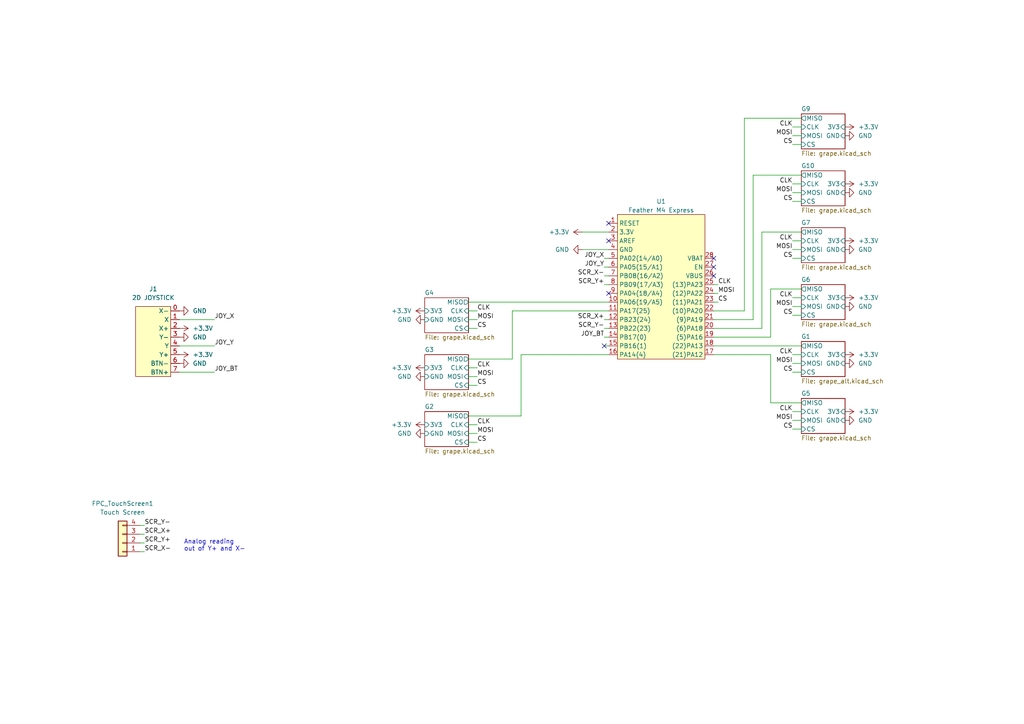
<source format=kicad_sch>
(kicad_sch (version 20230121) (generator eeschema)

  (uuid 3628cda3-bad1-4014-a851-91434ca52087)

  (paper "A4")

  (lib_symbols
    (symbol "Connector_Generic:Conn_01x04" (pin_names (offset 1.016) hide) (in_bom yes) (on_board yes)
      (property "Reference" "J" (at 0 5.08 0)
        (effects (font (size 1.27 1.27)))
      )
      (property "Value" "Conn_01x04" (at 0 -7.62 0)
        (effects (font (size 1.27 1.27)))
      )
      (property "Footprint" "" (at 0 0 0)
        (effects (font (size 1.27 1.27)) hide)
      )
      (property "Datasheet" "~" (at 0 0 0)
        (effects (font (size 1.27 1.27)) hide)
      )
      (property "ki_keywords" "connector" (at 0 0 0)
        (effects (font (size 1.27 1.27)) hide)
      )
      (property "ki_description" "Generic connector, single row, 01x04, script generated (kicad-library-utils/schlib/autogen/connector/)" (at 0 0 0)
        (effects (font (size 1.27 1.27)) hide)
      )
      (property "ki_fp_filters" "Connector*:*_1x??_*" (at 0 0 0)
        (effects (font (size 1.27 1.27)) hide)
      )
      (symbol "Conn_01x04_1_1"
        (rectangle (start -1.27 -4.953) (end 0 -5.207)
          (stroke (width 0.1524) (type default))
          (fill (type none))
        )
        (rectangle (start -1.27 -2.413) (end 0 -2.667)
          (stroke (width 0.1524) (type default))
          (fill (type none))
        )
        (rectangle (start -1.27 0.127) (end 0 -0.127)
          (stroke (width 0.1524) (type default))
          (fill (type none))
        )
        (rectangle (start -1.27 2.667) (end 0 2.413)
          (stroke (width 0.1524) (type default))
          (fill (type none))
        )
        (rectangle (start -1.27 3.81) (end 1.27 -6.35)
          (stroke (width 0.254) (type default))
          (fill (type background))
        )
        (pin passive line (at -5.08 2.54 0) (length 3.81)
          (name "Pin_1" (effects (font (size 1.27 1.27))))
          (number "1" (effects (font (size 1.27 1.27))))
        )
        (pin passive line (at -5.08 0 0) (length 3.81)
          (name "Pin_2" (effects (font (size 1.27 1.27))))
          (number "2" (effects (font (size 1.27 1.27))))
        )
        (pin passive line (at -5.08 -2.54 0) (length 3.81)
          (name "Pin_3" (effects (font (size 1.27 1.27))))
          (number "3" (effects (font (size 1.27 1.27))))
        )
        (pin passive line (at -5.08 -5.08 0) (length 3.81)
          (name "Pin_4" (effects (font (size 1.27 1.27))))
          (number "4" (effects (font (size 1.27 1.27))))
        )
      )
    )
    (symbol "Library:2-Axis_Joystick" (in_bom yes) (on_board yes)
      (property "Reference" "J" (at 0 10.16 0)
        (effects (font (size 1.27 1.27)))
      )
      (property "Value" "" (at 0 0 0)
        (effects (font (size 1.27 1.27)) hide)
      )
      (property "Footprint" "Library:Adafruit (512) Analog 2-axis Thumb Joystick with Select Button" (at 0 13.97 0)
        (effects (font (size 1.27 1.27)) hide)
      )
      (property "Datasheet" "" (at 0 0 0)
        (effects (font (size 1.27 1.27)) hide)
      )
      (symbol "2-Axis_Joystick_1_1"
        (rectangle (start -5.08 7.62) (end 5.08 -12.7)
          (stroke (width 0) (type default))
          (fill (type background))
        )
        (pin power_in line (at 7.62 6.35 180) (length 2.54)
          (name "X-" (effects (font (size 1.27 1.27))))
          (number "0" (effects (font (size 1.27 1.27))))
        )
        (pin output line (at 7.62 3.81 180) (length 2.54)
          (name "X" (effects (font (size 1.27 1.27))))
          (number "1" (effects (font (size 1.27 1.27))))
        )
        (pin power_in line (at 7.62 1.27 180) (length 2.54)
          (name "X+" (effects (font (size 1.27 1.27))))
          (number "2" (effects (font (size 1.27 1.27))))
        )
        (pin power_in line (at 7.62 -1.27 180) (length 2.54)
          (name "Y-" (effects (font (size 1.27 1.27))))
          (number "3" (effects (font (size 1.27 1.27))))
        )
        (pin output line (at 7.62 -3.81 180) (length 2.54)
          (name "Y" (effects (font (size 1.27 1.27))))
          (number "4" (effects (font (size 1.27 1.27))))
        )
        (pin power_in line (at 7.62 -6.35 180) (length 2.54)
          (name "Y+" (effects (font (size 1.27 1.27))))
          (number "5" (effects (font (size 1.27 1.27))))
        )
        (pin power_in line (at 7.62 -8.89 180) (length 2.54)
          (name "BTN-" (effects (font (size 1.27 1.27))))
          (number "6" (effects (font (size 1.27 1.27))))
        )
        (pin output line (at 7.62 -11.43 180) (length 2.54)
          (name "BTN+" (effects (font (size 1.27 1.27))))
          (number "7" (effects (font (size 1.27 1.27))))
        )
      )
    )
    (symbol "Library:Adafruit_Feather_M4_Express" (in_bom yes) (on_board yes)
      (property "Reference" "U" (at 0 12.7 0)
        (effects (font (size 1.27 1.27)))
      )
      (property "Value" "" (at 3.81 -7.62 0)
        (effects (font (size 1.27 1.27)))
      )
      (property "Footprint" "Library:Adafruit_Feather_M4_Express" (at 1.27 -33.02 0)
        (effects (font (size 1.27 1.27)) hide)
      )
      (property "Datasheet" "" (at 3.81 -7.62 0)
        (effects (font (size 1.27 1.27)) hide)
      )
      (symbol "Adafruit_Feather_M4_Express_1_1"
        (rectangle (start -12.7 11.43) (end 12.7 -30.48)
          (stroke (width 0) (type default))
          (fill (type background))
        )
        (pin input line (at -15.24 8.89 0) (length 2.54)
          (name "RESET" (effects (font (size 1.27 1.27))))
          (number "1" (effects (font (size 1.27 1.27))))
        )
        (pin bidirectional line (at -15.24 -13.97 0) (length 2.54)
          (name "PA06(19/A5)" (effects (font (size 1.27 1.27))))
          (number "10" (effects (font (size 1.27 1.27))))
        )
        (pin bidirectional line (at -15.24 -16.51 0) (length 2.54)
          (name "PA17(25)" (effects (font (size 1.27 1.27))))
          (number "11" (effects (font (size 1.27 1.27))))
        )
        (pin bidirectional line (at -15.24 -19.05 0) (length 2.54)
          (name "PB23(24)" (effects (font (size 1.27 1.27))))
          (number "12" (effects (font (size 1.27 1.27))))
        )
        (pin bidirectional line (at -15.24 -21.59 0) (length 2.54)
          (name "PB22(23)" (effects (font (size 1.27 1.27))))
          (number "13" (effects (font (size 1.27 1.27))))
        )
        (pin bidirectional line (at -15.24 -24.13 0) (length 2.54)
          (name "PB17(0)" (effects (font (size 1.27 1.27))))
          (number "14" (effects (font (size 1.27 1.27))))
        )
        (pin bidirectional line (at -15.24 -26.67 0) (length 2.54)
          (name "PB16(1)" (effects (font (size 1.27 1.27))))
          (number "15" (effects (font (size 1.27 1.27))))
        )
        (pin bidirectional line (at -15.24 -29.21 0) (length 2.54)
          (name "PA14(4)" (effects (font (size 1.27 1.27))))
          (number "16" (effects (font (size 1.27 1.27))))
        )
        (pin bidirectional line (at 15.24 -29.21 180) (length 2.54)
          (name "(21)PA12" (effects (font (size 1.27 1.27))))
          (number "17" (effects (font (size 1.27 1.27))))
        )
        (pin bidirectional line (at 15.24 -26.67 180) (length 2.54)
          (name "(22)PA13" (effects (font (size 1.27 1.27))))
          (number "18" (effects (font (size 1.27 1.27))))
        )
        (pin bidirectional line (at 15.24 -24.13 180) (length 2.54)
          (name "(5)PA16" (effects (font (size 1.27 1.27))))
          (number "19" (effects (font (size 1.27 1.27))))
        )
        (pin power_out line (at -15.24 6.35 0) (length 2.54)
          (name "3.3V" (effects (font (size 1.27 1.27))))
          (number "2" (effects (font (size 1.27 1.27))))
        )
        (pin bidirectional line (at 15.24 -21.59 180) (length 2.54)
          (name "(6)PA18" (effects (font (size 1.27 1.27))))
          (number "20" (effects (font (size 1.27 1.27))))
        )
        (pin bidirectional line (at 15.24 -19.05 180) (length 2.54)
          (name "(9)PA19" (effects (font (size 1.27 1.27))))
          (number "21" (effects (font (size 1.27 1.27))))
        )
        (pin bidirectional line (at 15.24 -16.51 180) (length 2.54)
          (name "(10)PA20" (effects (font (size 1.27 1.27))))
          (number "22" (effects (font (size 1.27 1.27))))
        )
        (pin bidirectional line (at 15.24 -13.97 180) (length 2.54)
          (name "(11)PA21" (effects (font (size 1.27 1.27))))
          (number "23" (effects (font (size 1.27 1.27))))
        )
        (pin bidirectional line (at 15.24 -11.43 180) (length 2.54)
          (name "(12)PA22" (effects (font (size 1.27 1.27))))
          (number "24" (effects (font (size 1.27 1.27))))
        )
        (pin bidirectional line (at 15.24 -8.89 180) (length 2.54)
          (name "(13)PA23" (effects (font (size 1.27 1.27))))
          (number "25" (effects (font (size 1.27 1.27))))
        )
        (pin power_out line (at 15.24 -6.35 180) (length 2.54)
          (name "VBUS" (effects (font (size 1.27 1.27))))
          (number "26" (effects (font (size 1.27 1.27))))
        )
        (pin input line (at 15.24 -3.81 180) (length 2.54)
          (name "EN" (effects (font (size 1.27 1.27))))
          (number "27" (effects (font (size 1.27 1.27))))
        )
        (pin power_out line (at 15.24 -1.27 180) (length 2.54)
          (name "VBAT" (effects (font (size 1.27 1.27))))
          (number "28" (effects (font (size 1.27 1.27))))
        )
        (pin input line (at -15.24 3.81 0) (length 2.54)
          (name "AREF" (effects (font (size 1.27 1.27))))
          (number "3" (effects (font (size 1.27 1.27))))
        )
        (pin power_out line (at -15.24 1.27 0) (length 2.54)
          (name "GND" (effects (font (size 1.27 1.27))))
          (number "4" (effects (font (size 1.27 1.27))))
        )
        (pin bidirectional line (at -15.24 -1.27 0) (length 2.54)
          (name "PA02(14/A0)" (effects (font (size 1.27 1.27))))
          (number "5" (effects (font (size 1.27 1.27))))
        )
        (pin bidirectional line (at -15.24 -3.81 0) (length 2.54)
          (name "PA05(15/A1)" (effects (font (size 1.27 1.27))))
          (number "6" (effects (font (size 1.27 1.27))))
        )
        (pin bidirectional line (at -15.24 -6.35 0) (length 2.54)
          (name "PB08(16/A2)" (effects (font (size 1.27 1.27))))
          (number "7" (effects (font (size 1.27 1.27))))
        )
        (pin bidirectional line (at -15.24 -8.89 0) (length 2.54)
          (name "PB09(17/A3)" (effects (font (size 1.27 1.27))))
          (number "8" (effects (font (size 1.27 1.27))))
        )
        (pin bidirectional line (at -15.24 -11.43 0) (length 2.54)
          (name "PA04(18/A4)" (effects (font (size 1.27 1.27))))
          (number "9" (effects (font (size 1.27 1.27))))
        )
      )
    )
    (symbol "power:+3.3V" (power) (pin_names (offset 0)) (in_bom yes) (on_board yes)
      (property "Reference" "#PWR" (at 0 -3.81 0)
        (effects (font (size 1.27 1.27)) hide)
      )
      (property "Value" "+3.3V" (at 0 3.556 0)
        (effects (font (size 1.27 1.27)))
      )
      (property "Footprint" "" (at 0 0 0)
        (effects (font (size 1.27 1.27)) hide)
      )
      (property "Datasheet" "" (at 0 0 0)
        (effects (font (size 1.27 1.27)) hide)
      )
      (property "ki_keywords" "global power" (at 0 0 0)
        (effects (font (size 1.27 1.27)) hide)
      )
      (property "ki_description" "Power symbol creates a global label with name \"+3.3V\"" (at 0 0 0)
        (effects (font (size 1.27 1.27)) hide)
      )
      (symbol "+3.3V_0_1"
        (polyline
          (pts
            (xy -0.762 1.27)
            (xy 0 2.54)
          )
          (stroke (width 0) (type default))
          (fill (type none))
        )
        (polyline
          (pts
            (xy 0 0)
            (xy 0 2.54)
          )
          (stroke (width 0) (type default))
          (fill (type none))
        )
        (polyline
          (pts
            (xy 0 2.54)
            (xy 0.762 1.27)
          )
          (stroke (width 0) (type default))
          (fill (type none))
        )
      )
      (symbol "+3.3V_1_1"
        (pin power_in line (at 0 0 90) (length 0) hide
          (name "+3.3V" (effects (font (size 1.27 1.27))))
          (number "1" (effects (font (size 1.27 1.27))))
        )
      )
    )
    (symbol "power:GND" (power) (pin_names (offset 0)) (in_bom yes) (on_board yes)
      (property "Reference" "#PWR" (at 0 -6.35 0)
        (effects (font (size 1.27 1.27)) hide)
      )
      (property "Value" "GND" (at 0 -3.81 0)
        (effects (font (size 1.27 1.27)))
      )
      (property "Footprint" "" (at 0 0 0)
        (effects (font (size 1.27 1.27)) hide)
      )
      (property "Datasheet" "" (at 0 0 0)
        (effects (font (size 1.27 1.27)) hide)
      )
      (property "ki_keywords" "global power" (at 0 0 0)
        (effects (font (size 1.27 1.27)) hide)
      )
      (property "ki_description" "Power symbol creates a global label with name \"GND\" , ground" (at 0 0 0)
        (effects (font (size 1.27 1.27)) hide)
      )
      (symbol "GND_0_1"
        (polyline
          (pts
            (xy 0 0)
            (xy 0 -1.27)
            (xy 1.27 -1.27)
            (xy 0 -2.54)
            (xy -1.27 -1.27)
            (xy 0 -1.27)
          )
          (stroke (width 0) (type default))
          (fill (type none))
        )
      )
      (symbol "GND_1_1"
        (pin power_in line (at 0 0 270) (length 0) hide
          (name "GND" (effects (font (size 1.27 1.27))))
          (number "1" (effects (font (size 1.27 1.27))))
        )
      )
    )
  )


  (no_connect (at 176.53 85.09) (uuid 11e960f7-2274-4b43-8e5e-ddee4ad19831))
  (no_connect (at 207.01 77.47) (uuid 2edab7a6-9ef6-42d9-af20-221256d27201))
  (no_connect (at 207.01 80.01) (uuid 9a695043-0dbd-4d4f-9477-e34d2334ef90))
  (no_connect (at 175.26 100.33) (uuid b55fa3b4-8639-411f-ba8a-f795c897cadf))
  (no_connect (at 176.53 64.77) (uuid b858a872-53bf-41dc-8927-985f93f1ba85))
  (no_connect (at 176.53 69.85) (uuid db8e10af-a6a1-4a19-9a5c-91061c94dc05))
  (no_connect (at 207.01 74.93) (uuid ea165b94-0421-490a-97e3-cc023526444e))

  (wire (pts (xy 135.89 120.65) (xy 151.13 120.65))
    (stroke (width 0) (type default))
    (uuid 026d3e76-d385-4ef1-846f-c7aa20827858)
  )
  (wire (pts (xy 215.9 90.17) (xy 215.9 34.29))
    (stroke (width 0) (type default))
    (uuid 040755d8-3370-4014-a3f4-d426c6287dcb)
  )
  (wire (pts (xy 151.13 102.87) (xy 176.53 102.87))
    (stroke (width 0) (type default))
    (uuid 07cd80fd-56b3-48b9-9bad-06a3263d730a)
  )
  (wire (pts (xy 207.01 97.79) (xy 223.52 97.79))
    (stroke (width 0) (type default))
    (uuid 0e37f904-f3a3-4349-a2d8-512a5ee5e492)
  )
  (wire (pts (xy 229.87 119.38) (xy 232.41 119.38))
    (stroke (width 0) (type default))
    (uuid 14d058b5-37e1-4bb6-9c75-8e139b399e43)
  )
  (wire (pts (xy 208.28 85.09) (xy 207.01 85.09))
    (stroke (width 0) (type default))
    (uuid 15c6c265-6aab-4a01-a8fc-ae2787e0333c)
  )
  (wire (pts (xy 207.01 95.25) (xy 220.98 95.25))
    (stroke (width 0) (type default))
    (uuid 16c7f38f-44f9-48c4-bde7-4344c923677f)
  )
  (wire (pts (xy 229.87 53.34) (xy 232.41 53.34))
    (stroke (width 0) (type default))
    (uuid 1ba888d8-81db-4b09-a7e1-a8867ee252e2)
  )
  (wire (pts (xy 138.43 109.22) (xy 135.89 109.22))
    (stroke (width 0) (type default))
    (uuid 1c77d980-09e4-4825-9790-51f1ac8f2529)
  )
  (wire (pts (xy 175.26 82.55) (xy 176.53 82.55))
    (stroke (width 0) (type default))
    (uuid 290089f2-79e2-457a-8a98-40c69cd9f14f)
  )
  (wire (pts (xy 52.07 107.95) (xy 62.23 107.95))
    (stroke (width 0) (type default))
    (uuid 2a02e2b4-d672-496f-a140-879b9717b805)
  )
  (wire (pts (xy 223.52 83.82) (xy 232.41 83.82))
    (stroke (width 0) (type default))
    (uuid 3337b143-9a97-4328-b6ae-47f9383ec1fe)
  )
  (wire (pts (xy 175.26 97.79) (xy 176.53 97.79))
    (stroke (width 0) (type default))
    (uuid 3d8a8422-d0cb-4efe-8247-df63428f055b)
  )
  (wire (pts (xy 135.89 104.14) (xy 148.59 104.14))
    (stroke (width 0) (type default))
    (uuid 3da62cde-24cf-41dc-a85e-918a745febf3)
  )
  (wire (pts (xy 175.26 74.93) (xy 176.53 74.93))
    (stroke (width 0) (type default))
    (uuid 44a95205-98cd-44a3-9065-5dbcfe6463f6)
  )
  (wire (pts (xy 229.87 86.36) (xy 232.41 86.36))
    (stroke (width 0) (type default))
    (uuid 4a8805cb-d174-4b8e-b7f7-cf4b61f402c5)
  )
  (wire (pts (xy 52.07 92.71) (xy 62.23 92.71))
    (stroke (width 0) (type default))
    (uuid 4e476027-b6be-4d6d-918c-df23fdca2f9c)
  )
  (wire (pts (xy 223.52 102.87) (xy 223.52 116.84))
    (stroke (width 0) (type default))
    (uuid 4ece2bd4-65a5-415f-b82b-61079b14d29e)
  )
  (wire (pts (xy 168.91 72.39) (xy 176.53 72.39))
    (stroke (width 0) (type default))
    (uuid 5026c27c-5960-422c-9e4a-5d6003a35e61)
  )
  (wire (pts (xy 151.13 120.65) (xy 151.13 102.87))
    (stroke (width 0) (type default))
    (uuid 52e73dd5-e1bf-4497-9dab-a2ce4bd6df1c)
  )
  (wire (pts (xy 41.91 152.4) (xy 40.64 152.4))
    (stroke (width 0) (type default))
    (uuid 53267fe3-8cb1-40e3-980d-4db10c054eb9)
  )
  (wire (pts (xy 207.01 100.33) (xy 232.41 100.33))
    (stroke (width 0) (type default))
    (uuid 5352701e-1fa5-4390-8323-46b9b7b5cb01)
  )
  (wire (pts (xy 138.43 92.71) (xy 135.89 92.71))
    (stroke (width 0) (type default))
    (uuid 573c4cc8-fbca-4f3d-bc5d-d97b65b3be06)
  )
  (wire (pts (xy 229.87 55.88) (xy 232.41 55.88))
    (stroke (width 0) (type default))
    (uuid 608e388a-35de-4f43-98ed-ecf2d5e90cd1)
  )
  (wire (pts (xy 148.59 104.14) (xy 148.59 90.17))
    (stroke (width 0) (type default))
    (uuid 670cbbc9-b1d7-4d69-9f0c-3c1e175c362b)
  )
  (wire (pts (xy 229.87 88.9) (xy 232.41 88.9))
    (stroke (width 0) (type default))
    (uuid 6a579de6-d5d2-4fcd-8a4c-bbc46d8f7f0e)
  )
  (wire (pts (xy 135.89 106.68) (xy 138.43 106.68))
    (stroke (width 0) (type default))
    (uuid 72008896-48ab-4864-9b01-2b2124476d5b)
  )
  (wire (pts (xy 52.07 100.33) (xy 62.23 100.33))
    (stroke (width 0) (type default))
    (uuid 768c9779-0a9c-4c14-af05-912d25129523)
  )
  (wire (pts (xy 229.87 58.42) (xy 232.41 58.42))
    (stroke (width 0) (type default))
    (uuid 76c1ae56-88aa-4ec3-9334-8965685de457)
  )
  (wire (pts (xy 175.26 80.01) (xy 176.53 80.01))
    (stroke (width 0) (type default))
    (uuid 77cc2f79-11ed-4685-98c2-e66ab5922051)
  )
  (wire (pts (xy 148.59 90.17) (xy 176.53 90.17))
    (stroke (width 0) (type default))
    (uuid 784a0df6-54c3-40c1-8369-b10bc0c67f2a)
  )
  (wire (pts (xy 41.91 157.48) (xy 40.64 157.48))
    (stroke (width 0) (type default))
    (uuid 7afad1ee-f387-42d8-94a9-33db828c1851)
  )
  (wire (pts (xy 229.87 69.85) (xy 232.41 69.85))
    (stroke (width 0) (type default))
    (uuid 822e4523-976e-4a2e-8e3c-da92e884139a)
  )
  (wire (pts (xy 218.44 50.8) (xy 232.41 50.8))
    (stroke (width 0) (type default))
    (uuid 842d9e0f-5e7a-43c9-afb4-5e2393a9f715)
  )
  (wire (pts (xy 229.87 74.93) (xy 232.41 74.93))
    (stroke (width 0) (type default))
    (uuid 8ae18c57-31f7-4623-b3ae-d0c889ae505d)
  )
  (wire (pts (xy 232.41 102.87) (xy 229.87 102.87))
    (stroke (width 0) (type default))
    (uuid 92a12b40-febe-4397-afb9-e99b709670e2)
  )
  (wire (pts (xy 138.43 111.76) (xy 135.89 111.76))
    (stroke (width 0) (type default))
    (uuid 9320edc7-7eb8-4179-88e8-ddf8dad88d3a)
  )
  (wire (pts (xy 207.01 90.17) (xy 215.9 90.17))
    (stroke (width 0) (type default))
    (uuid 935862a6-5ef0-425c-95d3-4ce22c8ccacb)
  )
  (wire (pts (xy 135.89 90.17) (xy 138.43 90.17))
    (stroke (width 0) (type default))
    (uuid 93ce2b23-0efb-445f-b909-f1e2f8e88635)
  )
  (wire (pts (xy 229.87 39.37) (xy 232.41 39.37))
    (stroke (width 0) (type default))
    (uuid 96f07c82-859b-4f79-af94-6e51a26ff10b)
  )
  (wire (pts (xy 135.89 87.63) (xy 176.53 87.63))
    (stroke (width 0) (type default))
    (uuid 9757678a-d573-44c0-89e3-17cda1dfc24b)
  )
  (wire (pts (xy 229.87 72.39) (xy 232.41 72.39))
    (stroke (width 0) (type default))
    (uuid 98b89837-020c-4c84-b68b-22eb2625a707)
  )
  (wire (pts (xy 223.52 116.84) (xy 232.41 116.84))
    (stroke (width 0) (type default))
    (uuid 9f4e4a78-267d-4152-b041-2f327f27f97f)
  )
  (wire (pts (xy 220.98 67.31) (xy 220.98 95.25))
    (stroke (width 0) (type default))
    (uuid a3a4f07c-45ea-49ab-8cf6-c6cfc6749193)
  )
  (wire (pts (xy 229.87 107.95) (xy 232.41 107.95))
    (stroke (width 0) (type default))
    (uuid aa8db4ff-1ffb-4fb8-ba18-9f1c17c63986)
  )
  (wire (pts (xy 175.26 92.71) (xy 176.53 92.71))
    (stroke (width 0) (type default))
    (uuid b569a262-9561-4c5b-8972-50059e6f1043)
  )
  (wire (pts (xy 175.26 100.33) (xy 176.53 100.33))
    (stroke (width 0) (type default))
    (uuid bb0768dc-a8e7-4c04-8093-649310286091)
  )
  (wire (pts (xy 229.87 105.41) (xy 232.41 105.41))
    (stroke (width 0) (type default))
    (uuid bb1691da-8e4f-423d-a9e1-9fc81999c79b)
  )
  (wire (pts (xy 175.26 77.47) (xy 176.53 77.47))
    (stroke (width 0) (type default))
    (uuid bd380da8-60a2-4827-847e-ac40cabcf632)
  )
  (wire (pts (xy 229.87 91.44) (xy 232.41 91.44))
    (stroke (width 0) (type default))
    (uuid c21b99c4-e46f-440f-9502-fac6b7b447cc)
  )
  (wire (pts (xy 135.89 128.27) (xy 138.43 128.27))
    (stroke (width 0) (type default))
    (uuid c45a1397-0495-4ed4-9932-95b6d712ad79)
  )
  (wire (pts (xy 208.28 87.63) (xy 207.01 87.63))
    (stroke (width 0) (type default))
    (uuid c4d7dbc9-b307-4c3e-9733-20717a2d7bc0)
  )
  (wire (pts (xy 218.44 92.71) (xy 218.44 50.8))
    (stroke (width 0) (type default))
    (uuid c7dfb017-1c43-45a7-852f-bb5b3a82e7a0)
  )
  (wire (pts (xy 135.89 123.19) (xy 138.43 123.19))
    (stroke (width 0) (type default))
    (uuid c83d1289-ebdd-4a19-b85f-6f2c1edf448a)
  )
  (wire (pts (xy 168.91 67.31) (xy 176.53 67.31))
    (stroke (width 0) (type default))
    (uuid cbeacd3e-f66d-4294-b5f9-9796a6620757)
  )
  (wire (pts (xy 138.43 125.73) (xy 135.89 125.73))
    (stroke (width 0) (type default))
    (uuid d595cebb-47b0-419b-be18-c40c175867c0)
  )
  (wire (pts (xy 207.01 92.71) (xy 218.44 92.71))
    (stroke (width 0) (type default))
    (uuid d9b71ee2-9fe3-4c71-8c20-a16e6b72f438)
  )
  (wire (pts (xy 220.98 67.31) (xy 232.41 67.31))
    (stroke (width 0) (type default))
    (uuid dc9c0e4f-1d36-4cee-95db-9481445eb445)
  )
  (wire (pts (xy 223.52 97.79) (xy 223.52 83.82))
    (stroke (width 0) (type default))
    (uuid df8e560f-e10f-469f-a29d-52ae7867cc76)
  )
  (wire (pts (xy 208.28 82.55) (xy 207.01 82.55))
    (stroke (width 0) (type default))
    (uuid e10c724b-a654-42ad-8364-50addb443dad)
  )
  (wire (pts (xy 207.01 102.87) (xy 223.52 102.87))
    (stroke (width 0) (type default))
    (uuid e23a0309-9cc9-48f8-8863-4e6b0ab07cfb)
  )
  (wire (pts (xy 229.87 41.91) (xy 232.41 41.91))
    (stroke (width 0) (type default))
    (uuid e4232625-6953-43d8-922a-9f2930f3eb36)
  )
  (wire (pts (xy 41.91 154.94) (xy 40.64 154.94))
    (stroke (width 0) (type default))
    (uuid e5c859fc-d777-4cd0-876f-809106c7a151)
  )
  (wire (pts (xy 229.87 121.92) (xy 232.41 121.92))
    (stroke (width 0) (type default))
    (uuid e5ef2dbe-4780-4bac-afa2-1b3d9ab26f17)
  )
  (wire (pts (xy 138.43 95.25) (xy 135.89 95.25))
    (stroke (width 0) (type default))
    (uuid e737efd2-0498-45e3-9551-b10c39d4a30a)
  )
  (wire (pts (xy 41.91 160.02) (xy 40.64 160.02))
    (stroke (width 0) (type default))
    (uuid e829cbd7-3dda-4915-bb92-f22db8653794)
  )
  (wire (pts (xy 215.9 34.29) (xy 232.41 34.29))
    (stroke (width 0) (type default))
    (uuid ee84f6dd-1794-40ec-8623-2adb76a8096a)
  )
  (wire (pts (xy 229.87 124.46) (xy 232.41 124.46))
    (stroke (width 0) (type default))
    (uuid f007dd05-301a-416e-ae6b-dd07e3986a1c)
  )
  (wire (pts (xy 175.26 95.25) (xy 176.53 95.25))
    (stroke (width 0) (type default))
    (uuid f44a7013-7a7c-48c8-9c8b-e96d7639d498)
  )
  (wire (pts (xy 229.87 36.83) (xy 232.41 36.83))
    (stroke (width 0) (type default))
    (uuid fffb0a50-c1df-4dea-a4c9-558c97b21c79)
  )

  (text "Analog reading \nout of Y+ and X-" (at 53.34 160.02 0)
    (effects (font (size 1.27 1.27)) (justify left bottom))
    (uuid 4524c243-319b-438b-8020-d5a91c116aed)
  )

  (label "SCR_Y+" (at 41.91 157.48 0) (fields_autoplaced)
    (effects (font (size 1.27 1.27)) (justify left bottom))
    (uuid 00760aa5-a811-4bf6-ada5-175b10602552)
  )
  (label "CLK" (at 138.43 90.17 0) (fields_autoplaced)
    (effects (font (size 1.27 1.27)) (justify left bottom))
    (uuid 02a63cf6-3e03-4a1b-be68-074c2580cff2)
  )
  (label "SCR_X+" (at 175.26 92.71 180) (fields_autoplaced)
    (effects (font (size 1.27 1.27)) (justify right bottom))
    (uuid 07721c5c-f128-47c4-a804-9bc086f8c37d)
  )
  (label "JOY_X" (at 175.26 74.93 180) (fields_autoplaced)
    (effects (font (size 1.27 1.27)) (justify right bottom))
    (uuid 0f032203-2c3b-4ffe-b8c8-a9025a41afad)
  )
  (label "CLK" (at 229.87 119.38 180) (fields_autoplaced)
    (effects (font (size 1.27 1.27)) (justify right bottom))
    (uuid 1660d6f0-a62e-4011-adcc-01b93fe8465e)
  )
  (label "CLK" (at 229.87 69.85 180) (fields_autoplaced)
    (effects (font (size 1.27 1.27)) (justify right bottom))
    (uuid 1ebe53fc-b77f-4703-8681-a979f725c15d)
  )
  (label "CS" (at 229.87 58.42 180) (fields_autoplaced)
    (effects (font (size 1.27 1.27)) (justify right bottom))
    (uuid 23c6ec7f-361f-40af-8019-cb4f6330afde)
  )
  (label "JOY_Y" (at 175.26 77.47 180) (fields_autoplaced)
    (effects (font (size 1.27 1.27)) (justify right bottom))
    (uuid 2ca8bd96-0330-429e-8e30-111821ee1006)
  )
  (label "CLK" (at 229.87 36.83 180) (fields_autoplaced)
    (effects (font (size 1.27 1.27)) (justify right bottom))
    (uuid 32843f8c-6026-40b2-b397-7b02224210ae)
  )
  (label "JOY_Y" (at 62.23 100.33 0) (fields_autoplaced)
    (effects (font (size 1.27 1.27)) (justify left bottom))
    (uuid 330fbea6-74c4-4b0f-8fe2-1df9460bcd12)
  )
  (label "CLK" (at 138.43 123.19 0) (fields_autoplaced)
    (effects (font (size 1.27 1.27)) (justify left bottom))
    (uuid 386e3a49-9a65-4344-aefa-99d87e9d3c96)
  )
  (label "MOSI" (at 138.43 109.22 0) (fields_autoplaced)
    (effects (font (size 1.27 1.27)) (justify left bottom))
    (uuid 40daae98-586e-495c-81dd-12310103556b)
  )
  (label "CS" (at 229.87 124.46 180) (fields_autoplaced)
    (effects (font (size 1.27 1.27)) (justify right bottom))
    (uuid 41481879-e599-45db-9317-5e25cc2edb29)
  )
  (label "JOY_BT" (at 62.23 107.95 0) (fields_autoplaced)
    (effects (font (size 1.27 1.27)) (justify left bottom))
    (uuid 44bef7a7-ccc8-46ca-9609-baa5a925e4d3)
  )
  (label "MOSI" (at 229.87 121.92 180) (fields_autoplaced)
    (effects (font (size 1.27 1.27)) (justify right bottom))
    (uuid 53e1f1e4-861a-4e30-a5e0-fce051de232b)
  )
  (label "MOSI" (at 138.43 92.71 0) (fields_autoplaced)
    (effects (font (size 1.27 1.27)) (justify left bottom))
    (uuid 7944f634-6292-4431-8bc0-a88f2bde5912)
  )
  (label "CS" (at 229.87 107.95 180) (fields_autoplaced)
    (effects (font (size 1.27 1.27)) (justify right bottom))
    (uuid 7df62f77-8bb1-4f11-91dd-8059ac4d7995)
  )
  (label "SCR_Y+" (at 175.26 82.55 180) (fields_autoplaced)
    (effects (font (size 1.27 1.27)) (justify right bottom))
    (uuid 83be917a-5180-42d0-89c8-82a14149913f)
  )
  (label "MOSI" (at 229.87 105.41 180) (fields_autoplaced)
    (effects (font (size 1.27 1.27)) (justify right bottom))
    (uuid 897bbb71-bee9-458f-bcd7-3426990bd330)
  )
  (label "CS" (at 229.87 41.91 180) (fields_autoplaced)
    (effects (font (size 1.27 1.27)) (justify right bottom))
    (uuid 9ae1efa9-cb48-4f19-b527-9310c5da6adc)
  )
  (label "CS" (at 138.43 128.27 0) (fields_autoplaced)
    (effects (font (size 1.27 1.27)) (justify left bottom))
    (uuid 9d28dfe9-eb2a-40c0-97f5-b42e8c7a582e)
  )
  (label "CLK" (at 208.28 82.55 0) (fields_autoplaced)
    (effects (font (size 1.27 1.27)) (justify left bottom))
    (uuid a1f73808-cf28-4eda-8d2e-499497eb3cb7)
  )
  (label "JOY_BT" (at 175.26 97.79 180) (fields_autoplaced)
    (effects (font (size 1.27 1.27)) (justify right bottom))
    (uuid a20ac83f-a4a4-4cd4-8027-6e046d6a8007)
  )
  (label "MOSI" (at 229.87 88.9 180) (fields_autoplaced)
    (effects (font (size 1.27 1.27)) (justify right bottom))
    (uuid a26e3153-d3e0-4d6b-91d3-261295ef31e1)
  )
  (label "CS" (at 229.87 74.93 180) (fields_autoplaced)
    (effects (font (size 1.27 1.27)) (justify right bottom))
    (uuid a31cafd0-e2e1-461b-ae47-363245557dac)
  )
  (label "CLK" (at 229.87 86.36 180) (fields_autoplaced)
    (effects (font (size 1.27 1.27)) (justify right bottom))
    (uuid a5418645-f40a-4f1d-a0cc-b4065aca09dd)
  )
  (label "MOSI" (at 229.87 55.88 180) (fields_autoplaced)
    (effects (font (size 1.27 1.27)) (justify right bottom))
    (uuid a5b9eb4a-f248-4972-b5b4-a9c574535b0d)
  )
  (label "MOSI" (at 229.87 72.39 180) (fields_autoplaced)
    (effects (font (size 1.27 1.27)) (justify right bottom))
    (uuid a69f77e2-d3c8-4b53-83a0-850716a2ee59)
  )
  (label "JOY_X" (at 62.23 92.71 0) (fields_autoplaced)
    (effects (font (size 1.27 1.27)) (justify left bottom))
    (uuid b569d413-4bb2-4414-bb4f-9a5a700418c3)
  )
  (label "CLK" (at 138.43 106.68 0) (fields_autoplaced)
    (effects (font (size 1.27 1.27)) (justify left bottom))
    (uuid b95369cf-f630-4b7d-a913-24d7115c5f93)
  )
  (label "CLK" (at 229.87 53.34 180) (fields_autoplaced)
    (effects (font (size 1.27 1.27)) (justify right bottom))
    (uuid c07f148c-3aff-44b7-8f73-4b7d449efaf8)
  )
  (label "SCR_Y-" (at 175.26 95.25 180) (fields_autoplaced)
    (effects (font (size 1.27 1.27)) (justify right bottom))
    (uuid c240ce85-0844-4fc2-978e-185b4ab6ec25)
  )
  (label "SCR_X+" (at 41.91 154.94 0) (fields_autoplaced)
    (effects (font (size 1.27 1.27)) (justify left bottom))
    (uuid c2991f7a-1f2a-4224-9e80-ad0e6b1be09b)
  )
  (label "MOSI" (at 138.43 125.73 0) (fields_autoplaced)
    (effects (font (size 1.27 1.27)) (justify left bottom))
    (uuid c4712a25-aea3-4ffa-ac28-64cd65b7f24e)
  )
  (label "CS" (at 208.28 87.63 0) (fields_autoplaced)
    (effects (font (size 1.27 1.27)) (justify left bottom))
    (uuid c78031d2-2e16-4e16-bda5-8ac2785279d5)
  )
  (label "SCR_X-" (at 41.91 160.02 0) (fields_autoplaced)
    (effects (font (size 1.27 1.27)) (justify left bottom))
    (uuid d3978d38-a564-4d60-bd56-285571164b8c)
  )
  (label "SCR_X-" (at 175.26 80.01 180) (fields_autoplaced)
    (effects (font (size 1.27 1.27)) (justify right bottom))
    (uuid ddb5d590-3086-4aec-bc7a-cbf56d61b85a)
  )
  (label "SCR_Y-" (at 41.91 152.4 0) (fields_autoplaced)
    (effects (font (size 1.27 1.27)) (justify left bottom))
    (uuid e1eea874-ea0c-4a62-8ee2-7d92d8d48608)
  )
  (label "MOSI" (at 208.28 85.09 0) (fields_autoplaced)
    (effects (font (size 1.27 1.27)) (justify left bottom))
    (uuid ec407f16-7eb7-4e81-b24c-69a6fe2569ba)
  )
  (label "CLK" (at 229.87 102.87 180) (fields_autoplaced)
    (effects (font (size 1.27 1.27)) (justify right bottom))
    (uuid f41d677f-a4af-483f-8339-878f2fe73e70)
  )
  (label "MOSI" (at 229.87 39.37 180) (fields_autoplaced)
    (effects (font (size 1.27 1.27)) (justify right bottom))
    (uuid f4e6c862-f1ed-4996-8ddb-651ac0220098)
  )
  (label "CS" (at 138.43 111.76 0) (fields_autoplaced)
    (effects (font (size 1.27 1.27)) (justify left bottom))
    (uuid f69089f6-638e-4743-8d13-41049941d348)
  )
  (label "CS" (at 138.43 95.25 0) (fields_autoplaced)
    (effects (font (size 1.27 1.27)) (justify left bottom))
    (uuid f6dddaf1-f041-47e4-ac23-1ae1aa701148)
  )
  (label "CS" (at 229.87 91.44 180) (fields_autoplaced)
    (effects (font (size 1.27 1.27)) (justify right bottom))
    (uuid fc4d03fb-f2f0-46fa-89f5-fc966d7cf591)
  )

  (symbol (lib_id "power:GND") (at 245.11 88.9 90) (unit 1)
    (in_bom yes) (on_board yes) (dnp no) (fields_autoplaced)
    (uuid 0ff92b3f-d989-40b8-8d1d-a9322505e08c)
    (property "Reference" "#PWR021" (at 251.46 88.9 0)
      (effects (font (size 1.27 1.27)) hide)
    )
    (property "Value" "GND" (at 248.92 88.9 90)
      (effects (font (size 1.27 1.27)) (justify right))
    )
    (property "Footprint" "" (at 245.11 88.9 0)
      (effects (font (size 1.27 1.27)) hide)
    )
    (property "Datasheet" "" (at 245.11 88.9 0)
      (effects (font (size 1.27 1.27)) hide)
    )
    (pin "1" (uuid 01bfdd28-0d9c-4965-bf15-536e9cc164b2))
    (instances
      (project "bandoneon"
        (path "/3628cda3-bad1-4014-a851-91434ca52087"
          (reference "#PWR021") (unit 1)
        )
      )
    )
  )

  (symbol (lib_id "power:GND") (at 52.07 90.17 90) (unit 1)
    (in_bom yes) (on_board yes) (dnp no) (fields_autoplaced)
    (uuid 1cfd49df-a234-4347-b704-373df2db5d5a)
    (property "Reference" "#PWR01" (at 58.42 90.17 0)
      (effects (font (size 1.27 1.27)) hide)
    )
    (property "Value" "GND" (at 55.88 90.17 90)
      (effects (font (size 1.27 1.27)) (justify right))
    )
    (property "Footprint" "" (at 52.07 90.17 0)
      (effects (font (size 1.27 1.27)) hide)
    )
    (property "Datasheet" "" (at 52.07 90.17 0)
      (effects (font (size 1.27 1.27)) hide)
    )
    (pin "1" (uuid 643fdd28-566a-47ec-aa6c-ba9335c96c84))
    (instances
      (project "bandoneon"
        (path "/3628cda3-bad1-4014-a851-91434ca52087"
          (reference "#PWR01") (unit 1)
        )
      )
    )
  )

  (symbol (lib_id "power:GND") (at 245.11 105.41 90) (unit 1)
    (in_bom yes) (on_board yes) (dnp no) (fields_autoplaced)
    (uuid 1eabeacf-da8a-4f53-88f6-f12e09ac587d)
    (property "Reference" "#PWR023" (at 251.46 105.41 0)
      (effects (font (size 1.27 1.27)) hide)
    )
    (property "Value" "GND" (at 248.92 105.41 90)
      (effects (font (size 1.27 1.27)) (justify right))
    )
    (property "Footprint" "" (at 245.11 105.41 0)
      (effects (font (size 1.27 1.27)) hide)
    )
    (property "Datasheet" "" (at 245.11 105.41 0)
      (effects (font (size 1.27 1.27)) hide)
    )
    (pin "1" (uuid e432a6be-89e6-4a52-b54b-09fae008472c))
    (instances
      (project "bandoneon"
        (path "/3628cda3-bad1-4014-a851-91434ca52087"
          (reference "#PWR023") (unit 1)
        )
      )
    )
  )

  (symbol (lib_id "power:GND") (at 245.11 39.37 90) (unit 1)
    (in_bom yes) (on_board yes) (dnp no) (fields_autoplaced)
    (uuid 27b36a22-836c-41c0-80f0-46155f7e1736)
    (property "Reference" "#PWR015" (at 251.46 39.37 0)
      (effects (font (size 1.27 1.27)) hide)
    )
    (property "Value" "GND" (at 248.92 39.37 90)
      (effects (font (size 1.27 1.27)) (justify right))
    )
    (property "Footprint" "" (at 245.11 39.37 0)
      (effects (font (size 1.27 1.27)) hide)
    )
    (property "Datasheet" "" (at 245.11 39.37 0)
      (effects (font (size 1.27 1.27)) hide)
    )
    (pin "1" (uuid bfc88824-ac30-4724-ad4e-17813afab64a))
    (instances
      (project "bandoneon"
        (path "/3628cda3-bad1-4014-a851-91434ca52087"
          (reference "#PWR015") (unit 1)
        )
      )
    )
  )

  (symbol (lib_id "power:+3.3V") (at 52.07 102.87 270) (unit 1)
    (in_bom yes) (on_board yes) (dnp no) (fields_autoplaced)
    (uuid 2b845c02-46f9-45ac-b8bb-1f4eff877b75)
    (property "Reference" "#PWR04" (at 48.26 102.87 0)
      (effects (font (size 1.27 1.27)) hide)
    )
    (property "Value" "+3.3V" (at 55.88 102.87 90)
      (effects (font (size 1.27 1.27)) (justify left))
    )
    (property "Footprint" "" (at 52.07 102.87 0)
      (effects (font (size 1.27 1.27)) hide)
    )
    (property "Datasheet" "" (at 52.07 102.87 0)
      (effects (font (size 1.27 1.27)) hide)
    )
    (pin "1" (uuid 18c59e03-9685-4753-b032-8cdeb1f95cc7))
    (instances
      (project "bandoneon"
        (path "/3628cda3-bad1-4014-a851-91434ca52087"
          (reference "#PWR04") (unit 1)
        )
      )
    )
  )

  (symbol (lib_id "power:+3.3V") (at 123.19 90.17 90) (mirror x) (unit 1)
    (in_bom yes) (on_board yes) (dnp no) (fields_autoplaced)
    (uuid 2d6a342b-02f2-4af3-9299-aef04d720089)
    (property "Reference" "#PWR06" (at 127 90.17 0)
      (effects (font (size 1.27 1.27)) hide)
    )
    (property "Value" "+3.3V" (at 119.38 90.17 90)
      (effects (font (size 1.27 1.27)) (justify left))
    )
    (property "Footprint" "" (at 123.19 90.17 0)
      (effects (font (size 1.27 1.27)) hide)
    )
    (property "Datasheet" "" (at 123.19 90.17 0)
      (effects (font (size 1.27 1.27)) hide)
    )
    (pin "1" (uuid 3ebc102a-06bc-4a44-a041-0c25e458c555))
    (instances
      (project "bandoneon"
        (path "/3628cda3-bad1-4014-a851-91434ca52087"
          (reference "#PWR06") (unit 1)
        )
      )
    )
  )

  (symbol (lib_id "power:GND") (at 123.19 125.73 270) (mirror x) (unit 1)
    (in_bom yes) (on_board yes) (dnp no) (fields_autoplaced)
    (uuid 32bea2c7-4553-4723-bd9e-0caed5562436)
    (property "Reference" "#PWR011" (at 116.84 125.73 0)
      (effects (font (size 1.27 1.27)) hide)
    )
    (property "Value" "GND" (at 119.38 125.73 90)
      (effects (font (size 1.27 1.27)) (justify right))
    )
    (property "Footprint" "" (at 123.19 125.73 0)
      (effects (font (size 1.27 1.27)) hide)
    )
    (property "Datasheet" "" (at 123.19 125.73 0)
      (effects (font (size 1.27 1.27)) hide)
    )
    (pin "1" (uuid d12fe195-d9db-43f8-93dd-f28c56292bc7))
    (instances
      (project "bandoneon"
        (path "/3628cda3-bad1-4014-a851-91434ca52087"
          (reference "#PWR011") (unit 1)
        )
      )
    )
  )

  (symbol (lib_id "power:GND") (at 123.19 92.71 270) (mirror x) (unit 1)
    (in_bom yes) (on_board yes) (dnp no) (fields_autoplaced)
    (uuid 3fabe349-fcf1-4f95-8be0-57b760325f85)
    (property "Reference" "#PWR07" (at 116.84 92.71 0)
      (effects (font (size 1.27 1.27)) hide)
    )
    (property "Value" "GND" (at 119.38 92.71 90)
      (effects (font (size 1.27 1.27)) (justify right))
    )
    (property "Footprint" "" (at 123.19 92.71 0)
      (effects (font (size 1.27 1.27)) hide)
    )
    (property "Datasheet" "" (at 123.19 92.71 0)
      (effects (font (size 1.27 1.27)) hide)
    )
    (pin "1" (uuid 4921f91c-50c3-4153-8419-1fc784c13a8e))
    (instances
      (project "bandoneon"
        (path "/3628cda3-bad1-4014-a851-91434ca52087"
          (reference "#PWR07") (unit 1)
        )
      )
    )
  )

  (symbol (lib_id "power:GND") (at 245.11 121.92 90) (unit 1)
    (in_bom yes) (on_board yes) (dnp no) (fields_autoplaced)
    (uuid 42a6b260-ef66-4ef1-ab4b-d8e852723196)
    (property "Reference" "#PWR025" (at 251.46 121.92 0)
      (effects (font (size 1.27 1.27)) hide)
    )
    (property "Value" "GND" (at 248.92 121.92 90)
      (effects (font (size 1.27 1.27)) (justify right))
    )
    (property "Footprint" "" (at 245.11 121.92 0)
      (effects (font (size 1.27 1.27)) hide)
    )
    (property "Datasheet" "" (at 245.11 121.92 0)
      (effects (font (size 1.27 1.27)) hide)
    )
    (pin "1" (uuid 9050197d-104e-4db2-a7b6-16cb6758fe6d))
    (instances
      (project "bandoneon"
        (path "/3628cda3-bad1-4014-a851-91434ca52087"
          (reference "#PWR025") (unit 1)
        )
      )
    )
  )

  (symbol (lib_id "power:GND") (at 168.91 72.39 270) (unit 1)
    (in_bom yes) (on_board yes) (dnp no) (fields_autoplaced)
    (uuid 4c1c1f54-5076-4176-9b77-8042a756f880)
    (property "Reference" "#PWR013" (at 162.56 72.39 0)
      (effects (font (size 1.27 1.27)) hide)
    )
    (property "Value" "GND" (at 165.1 72.39 90)
      (effects (font (size 1.27 1.27)) (justify right))
    )
    (property "Footprint" "" (at 168.91 72.39 0)
      (effects (font (size 1.27 1.27)) hide)
    )
    (property "Datasheet" "" (at 168.91 72.39 0)
      (effects (font (size 1.27 1.27)) hide)
    )
    (pin "1" (uuid 7e9e3771-91f9-481b-ad51-b90f334bb4d1))
    (instances
      (project "bandoneon"
        (path "/3628cda3-bad1-4014-a851-91434ca52087"
          (reference "#PWR013") (unit 1)
        )
      )
    )
  )

  (symbol (lib_id "power:+3.3V") (at 168.91 67.31 90) (unit 1)
    (in_bom yes) (on_board yes) (dnp no) (fields_autoplaced)
    (uuid 598e9768-6fcb-45c4-b5d3-61b819edec0c)
    (property "Reference" "#PWR012" (at 172.72 67.31 0)
      (effects (font (size 1.27 1.27)) hide)
    )
    (property "Value" "+3.3V" (at 165.1 67.31 90)
      (effects (font (size 1.27 1.27)) (justify left))
    )
    (property "Footprint" "" (at 168.91 67.31 0)
      (effects (font (size 1.27 1.27)) hide)
    )
    (property "Datasheet" "" (at 168.91 67.31 0)
      (effects (font (size 1.27 1.27)) hide)
    )
    (pin "1" (uuid 9101de8c-caee-40b7-9dc2-869b230f5c56))
    (instances
      (project "bandoneon"
        (path "/3628cda3-bad1-4014-a851-91434ca52087"
          (reference "#PWR012") (unit 1)
        )
      )
    )
  )

  (symbol (lib_id "power:GND") (at 52.07 105.41 90) (unit 1)
    (in_bom yes) (on_board yes) (dnp no) (fields_autoplaced)
    (uuid 61cc12a8-7c7b-49f4-aee3-a6183dd90949)
    (property "Reference" "#PWR05" (at 58.42 105.41 0)
      (effects (font (size 1.27 1.27)) hide)
    )
    (property "Value" "GND" (at 55.88 105.41 90)
      (effects (font (size 1.27 1.27)) (justify right))
    )
    (property "Footprint" "" (at 52.07 105.41 0)
      (effects (font (size 1.27 1.27)) hide)
    )
    (property "Datasheet" "" (at 52.07 105.41 0)
      (effects (font (size 1.27 1.27)) hide)
    )
    (pin "1" (uuid 7faac638-337c-490d-a7a3-f48dbc279345))
    (instances
      (project "bandoneon"
        (path "/3628cda3-bad1-4014-a851-91434ca52087"
          (reference "#PWR05") (unit 1)
        )
      )
    )
  )

  (symbol (lib_id "power:GND") (at 245.11 55.88 90) (unit 1)
    (in_bom yes) (on_board yes) (dnp no) (fields_autoplaced)
    (uuid 65ab7ccf-bf66-4240-86b0-4d4cf184dde2)
    (property "Reference" "#PWR017" (at 251.46 55.88 0)
      (effects (font (size 1.27 1.27)) hide)
    )
    (property "Value" "GND" (at 248.92 55.88 90)
      (effects (font (size 1.27 1.27)) (justify right))
    )
    (property "Footprint" "" (at 245.11 55.88 0)
      (effects (font (size 1.27 1.27)) hide)
    )
    (property "Datasheet" "" (at 245.11 55.88 0)
      (effects (font (size 1.27 1.27)) hide)
    )
    (pin "1" (uuid d9cf1560-04cc-4fb6-80d5-22f796e3cd17))
    (instances
      (project "bandoneon"
        (path "/3628cda3-bad1-4014-a851-91434ca52087"
          (reference "#PWR017") (unit 1)
        )
      )
    )
  )

  (symbol (lib_id "power:+3.3V") (at 245.11 102.87 270) (unit 1)
    (in_bom yes) (on_board yes) (dnp no) (fields_autoplaced)
    (uuid 69a9e5f2-d1f6-4a11-8f89-992fc5f17612)
    (property "Reference" "#PWR022" (at 241.3 102.87 0)
      (effects (font (size 1.27 1.27)) hide)
    )
    (property "Value" "+3.3V" (at 248.92 102.87 90)
      (effects (font (size 1.27 1.27)) (justify left))
    )
    (property "Footprint" "" (at 245.11 102.87 0)
      (effects (font (size 1.27 1.27)) hide)
    )
    (property "Datasheet" "" (at 245.11 102.87 0)
      (effects (font (size 1.27 1.27)) hide)
    )
    (pin "1" (uuid b71c3e2f-cd0a-4a8c-bb3f-59b67b1d9a29))
    (instances
      (project "bandoneon"
        (path "/3628cda3-bad1-4014-a851-91434ca52087"
          (reference "#PWR022") (unit 1)
        )
      )
    )
  )

  (symbol (lib_id "power:GND") (at 52.07 97.79 90) (unit 1)
    (in_bom yes) (on_board yes) (dnp no) (fields_autoplaced)
    (uuid 7589209d-2377-4077-82bc-630956906905)
    (property "Reference" "#PWR03" (at 58.42 97.79 0)
      (effects (font (size 1.27 1.27)) hide)
    )
    (property "Value" "GND" (at 55.88 97.79 90)
      (effects (font (size 1.27 1.27)) (justify right))
    )
    (property "Footprint" "" (at 52.07 97.79 0)
      (effects (font (size 1.27 1.27)) hide)
    )
    (property "Datasheet" "" (at 52.07 97.79 0)
      (effects (font (size 1.27 1.27)) hide)
    )
    (pin "1" (uuid 44968777-e34f-4a3f-8cf3-699295a381e9))
    (instances
      (project "bandoneon"
        (path "/3628cda3-bad1-4014-a851-91434ca52087"
          (reference "#PWR03") (unit 1)
        )
      )
    )
  )

  (symbol (lib_id "power:+3.3V") (at 245.11 53.34 270) (unit 1)
    (in_bom yes) (on_board yes) (dnp no) (fields_autoplaced)
    (uuid 9441aed9-f762-496d-af31-d812d389e8b7)
    (property "Reference" "#PWR016" (at 241.3 53.34 0)
      (effects (font (size 1.27 1.27)) hide)
    )
    (property "Value" "+3.3V" (at 248.92 53.34 90)
      (effects (font (size 1.27 1.27)) (justify left))
    )
    (property "Footprint" "" (at 245.11 53.34 0)
      (effects (font (size 1.27 1.27)) hide)
    )
    (property "Datasheet" "" (at 245.11 53.34 0)
      (effects (font (size 1.27 1.27)) hide)
    )
    (pin "1" (uuid b452de2d-e9f5-4d74-9900-bcdba454100c))
    (instances
      (project "bandoneon"
        (path "/3628cda3-bad1-4014-a851-91434ca52087"
          (reference "#PWR016") (unit 1)
        )
      )
    )
  )

  (symbol (lib_id "power:+3.3V") (at 245.11 69.85 270) (unit 1)
    (in_bom yes) (on_board yes) (dnp no) (fields_autoplaced)
    (uuid 9460a4a3-5c6b-407a-82a4-a04d2c67fbf2)
    (property "Reference" "#PWR018" (at 241.3 69.85 0)
      (effects (font (size 1.27 1.27)) hide)
    )
    (property "Value" "+3.3V" (at 248.92 69.85 90)
      (effects (font (size 1.27 1.27)) (justify left))
    )
    (property "Footprint" "" (at 245.11 69.85 0)
      (effects (font (size 1.27 1.27)) hide)
    )
    (property "Datasheet" "" (at 245.11 69.85 0)
      (effects (font (size 1.27 1.27)) hide)
    )
    (pin "1" (uuid ad7d4d17-57b9-4172-aa41-1047847f174a))
    (instances
      (project "bandoneon"
        (path "/3628cda3-bad1-4014-a851-91434ca52087"
          (reference "#PWR018") (unit 1)
        )
      )
    )
  )

  (symbol (lib_id "power:+3.3V") (at 123.19 123.19 90) (mirror x) (unit 1)
    (in_bom yes) (on_board yes) (dnp no) (fields_autoplaced)
    (uuid a2cf21f3-6874-40ec-871e-ced01a2bf3af)
    (property "Reference" "#PWR010" (at 127 123.19 0)
      (effects (font (size 1.27 1.27)) hide)
    )
    (property "Value" "+3.3V" (at 119.38 123.19 90)
      (effects (font (size 1.27 1.27)) (justify left))
    )
    (property "Footprint" "" (at 123.19 123.19 0)
      (effects (font (size 1.27 1.27)) hide)
    )
    (property "Datasheet" "" (at 123.19 123.19 0)
      (effects (font (size 1.27 1.27)) hide)
    )
    (pin "1" (uuid 873692aa-4dca-4f2e-b6ab-0636c91d1483))
    (instances
      (project "bandoneon"
        (path "/3628cda3-bad1-4014-a851-91434ca52087"
          (reference "#PWR010") (unit 1)
        )
      )
    )
  )

  (symbol (lib_id "power:GND") (at 245.11 72.39 90) (unit 1)
    (in_bom yes) (on_board yes) (dnp no) (fields_autoplaced)
    (uuid abb00498-0b94-4c9e-a2a1-a213328d0d5d)
    (property "Reference" "#PWR019" (at 251.46 72.39 0)
      (effects (font (size 1.27 1.27)) hide)
    )
    (property "Value" "GND" (at 248.92 72.39 90)
      (effects (font (size 1.27 1.27)) (justify right))
    )
    (property "Footprint" "" (at 245.11 72.39 0)
      (effects (font (size 1.27 1.27)) hide)
    )
    (property "Datasheet" "" (at 245.11 72.39 0)
      (effects (font (size 1.27 1.27)) hide)
    )
    (pin "1" (uuid ea94c9c2-3e31-4a24-8359-674e2a31616d))
    (instances
      (project "bandoneon"
        (path "/3628cda3-bad1-4014-a851-91434ca52087"
          (reference "#PWR019") (unit 1)
        )
      )
    )
  )

  (symbol (lib_id "power:+3.3V") (at 52.07 95.25 270) (unit 1)
    (in_bom yes) (on_board yes) (dnp no) (fields_autoplaced)
    (uuid aedbf305-13d3-4e7a-a4cc-90dacfbeb4ff)
    (property "Reference" "#PWR02" (at 48.26 95.25 0)
      (effects (font (size 1.27 1.27)) hide)
    )
    (property "Value" "+3.3V" (at 55.88 95.25 90)
      (effects (font (size 1.27 1.27)) (justify left))
    )
    (property "Footprint" "" (at 52.07 95.25 0)
      (effects (font (size 1.27 1.27)) hide)
    )
    (property "Datasheet" "" (at 52.07 95.25 0)
      (effects (font (size 1.27 1.27)) hide)
    )
    (pin "1" (uuid 8dab2dbb-0734-4f3e-b3dd-f417704ef116))
    (instances
      (project "bandoneon"
        (path "/3628cda3-bad1-4014-a851-91434ca52087"
          (reference "#PWR02") (unit 1)
        )
      )
    )
  )

  (symbol (lib_id "power:+3.3V") (at 123.19 106.68 90) (mirror x) (unit 1)
    (in_bom yes) (on_board yes) (dnp no) (fields_autoplaced)
    (uuid af12b839-c16c-427a-a89a-b38e19222926)
    (property "Reference" "#PWR08" (at 127 106.68 0)
      (effects (font (size 1.27 1.27)) hide)
    )
    (property "Value" "+3.3V" (at 119.38 106.68 90)
      (effects (font (size 1.27 1.27)) (justify left))
    )
    (property "Footprint" "" (at 123.19 106.68 0)
      (effects (font (size 1.27 1.27)) hide)
    )
    (property "Datasheet" "" (at 123.19 106.68 0)
      (effects (font (size 1.27 1.27)) hide)
    )
    (pin "1" (uuid 4cb303bb-aee7-4d94-ac85-5690bc039ca1))
    (instances
      (project "bandoneon"
        (path "/3628cda3-bad1-4014-a851-91434ca52087"
          (reference "#PWR08") (unit 1)
        )
      )
    )
  )

  (symbol (lib_id "power:+3.3V") (at 245.11 36.83 270) (unit 1)
    (in_bom yes) (on_board yes) (dnp no) (fields_autoplaced)
    (uuid b61bea96-6419-4bcb-8b07-accc4cac7759)
    (property "Reference" "#PWR014" (at 241.3 36.83 0)
      (effects (font (size 1.27 1.27)) hide)
    )
    (property "Value" "+3.3V" (at 248.92 36.83 90)
      (effects (font (size 1.27 1.27)) (justify left))
    )
    (property "Footprint" "" (at 245.11 36.83 0)
      (effects (font (size 1.27 1.27)) hide)
    )
    (property "Datasheet" "" (at 245.11 36.83 0)
      (effects (font (size 1.27 1.27)) hide)
    )
    (pin "1" (uuid df47409a-ae1f-48d3-aafa-3b47a3255b3d))
    (instances
      (project "bandoneon"
        (path "/3628cda3-bad1-4014-a851-91434ca52087"
          (reference "#PWR014") (unit 1)
        )
      )
    )
  )

  (symbol (lib_id "power:+3.3V") (at 245.11 86.36 270) (unit 1)
    (in_bom yes) (on_board yes) (dnp no) (fields_autoplaced)
    (uuid b7ec2625-82bf-48f6-90a1-cf2b003fe8a4)
    (property "Reference" "#PWR020" (at 241.3 86.36 0)
      (effects (font (size 1.27 1.27)) hide)
    )
    (property "Value" "+3.3V" (at 248.92 86.36 90)
      (effects (font (size 1.27 1.27)) (justify left))
    )
    (property "Footprint" "" (at 245.11 86.36 0)
      (effects (font (size 1.27 1.27)) hide)
    )
    (property "Datasheet" "" (at 245.11 86.36 0)
      (effects (font (size 1.27 1.27)) hide)
    )
    (pin "1" (uuid 538f3a2b-eb1f-4551-acdf-d5d4bd029251))
    (instances
      (project "bandoneon"
        (path "/3628cda3-bad1-4014-a851-91434ca52087"
          (reference "#PWR020") (unit 1)
        )
      )
    )
  )

  (symbol (lib_id "Library:2-Axis_Joystick") (at 44.45 96.52 0) (unit 1)
    (in_bom yes) (on_board yes) (dnp no)
    (uuid cda66f69-78f7-4164-8570-a271a2e5ec9a)
    (property "Reference" "J1" (at 44.45 83.82 0)
      (effects (font (size 1.27 1.27)))
    )
    (property "Value" "2D JOYSTICK" (at 44.45 86.36 0)
      (effects (font (size 1.27 1.27)))
    )
    (property "Footprint" "Library:Adafruit (512) Analog 2-axis Thumb Joystick with Select Button" (at 44.45 96.52 0)
      (effects (font (size 1.27 1.27)) hide)
    )
    (property "Datasheet" "" (at 44.45 96.52 0)
      (effects (font (size 1.27 1.27)) hide)
    )
    (pin "4" (uuid 9ba40e4e-9942-4525-94d7-41317546e7f6))
    (pin "6" (uuid d0197fd2-a6ca-474d-a90f-b18e2e4dd288))
    (pin "0" (uuid 7690c423-bfc0-4b42-83ba-2ca8851bc376))
    (pin "3" (uuid cebe44a6-40c0-4dc3-b3d5-d1904ca6839c))
    (pin "5" (uuid edd139a9-36b6-461a-8bc1-76cf18655552))
    (pin "1" (uuid b397aee8-78b7-4ce9-8732-d201ff2e5f70))
    (pin "2" (uuid 344729c3-0fba-4dbd-894d-d5772f59bcf8))
    (pin "7" (uuid 81e02b25-56bf-4c83-a23e-3933f2d9d794))
    (instances
      (project "bandoneon"
        (path "/3628cda3-bad1-4014-a851-91434ca52087"
          (reference "J1") (unit 1)
        )
      )
    )
  )

  (symbol (lib_id "power:+3.3V") (at 245.11 119.38 270) (unit 1)
    (in_bom yes) (on_board yes) (dnp no) (fields_autoplaced)
    (uuid cdec339c-3b8f-4d17-9a61-1238d81f29c6)
    (property "Reference" "#PWR024" (at 241.3 119.38 0)
      (effects (font (size 1.27 1.27)) hide)
    )
    (property "Value" "+3.3V" (at 248.92 119.38 90)
      (effects (font (size 1.27 1.27)) (justify left))
    )
    (property "Footprint" "" (at 245.11 119.38 0)
      (effects (font (size 1.27 1.27)) hide)
    )
    (property "Datasheet" "" (at 245.11 119.38 0)
      (effects (font (size 1.27 1.27)) hide)
    )
    (pin "1" (uuid ad2f7bc3-1297-4c82-b2ce-479b332d9dcf))
    (instances
      (project "bandoneon"
        (path "/3628cda3-bad1-4014-a851-91434ca52087"
          (reference "#PWR024") (unit 1)
        )
      )
    )
  )

  (symbol (lib_id "Connector_Generic:Conn_01x04") (at 35.56 157.48 180) (unit 1)
    (in_bom yes) (on_board yes) (dnp no)
    (uuid d9d0f5dc-f9ca-4d9f-8196-3f7c0f2c0212)
    (property "Reference" "FPC_TouchScreen1" (at 35.56 146.05 0)
      (effects (font (size 1.27 1.27)))
    )
    (property "Value" "Touch Screen" (at 35.56 148.59 0)
      (effects (font (size 1.27 1.27)))
    )
    (property "Footprint" "Connector_FFC-FPC:TE_84952-4_1x04-1MP_P1.0mm_Horizontal" (at 35.56 157.48 0)
      (effects (font (size 1.27 1.27)) hide)
    )
    (property "Datasheet" "~" (at 35.56 157.48 0)
      (effects (font (size 1.27 1.27)) hide)
    )
    (pin "2" (uuid 372da2da-c78e-47f1-abd7-4e67720ca5f5))
    (pin "4" (uuid cf6d5134-dd66-4a5c-a848-3daf5baff40f))
    (pin "3" (uuid 570acf7f-672e-4e93-88bd-7a9c5bdfc613))
    (pin "1" (uuid 6161fc60-89c2-40d1-b00b-442ca42d77a7))
    (instances
      (project "bandoneon"
        (path "/3628cda3-bad1-4014-a851-91434ca52087"
          (reference "FPC_TouchScreen1") (unit 1)
        )
      )
    )
  )

  (symbol (lib_id "Library:Adafruit_Feather_M4_Express") (at 191.77 73.66 0) (unit 1)
    (in_bom yes) (on_board yes) (dnp no)
    (uuid e8bf9d2d-939b-4c94-995e-701031db7562)
    (property "Reference" "U1" (at 191.77 58.42 0)
      (effects (font (size 1.27 1.27)))
    )
    (property "Value" "Feather M4 Express" (at 191.77 60.96 0)
      (effects (font (size 1.27 1.27)))
    )
    (property "Footprint" "Library:Adafruit_Feather_M4_Express" (at 193.04 106.68 0)
      (effects (font (size 1.27 1.27)) hide)
    )
    (property "Datasheet" "" (at 195.58 81.28 0)
      (effects (font (size 1.27 1.27)) hide)
    )
    (pin "19" (uuid 8b377094-4a89-4aa8-a983-156cbb669211))
    (pin "22" (uuid 8098bda6-3334-4a1d-804c-927ee2d4a9a1))
    (pin "5" (uuid c149f91d-b38c-4746-89e1-0db0d9f2c7db))
    (pin "8" (uuid d009f1d8-40c0-4b22-9bb3-25bf8267fc47))
    (pin "17" (uuid 1266b648-2ccc-4cea-9e95-4bbf8497ccf4))
    (pin "1" (uuid fd621e96-95a5-43b0-8a44-e91e2362fd69))
    (pin "23" (uuid bca4d849-f4dd-4a9a-9537-e1ddb4735ee7))
    (pin "26" (uuid ecb9a552-9095-4f29-8b61-2ae02a3376e4))
    (pin "11" (uuid eac27c06-743a-4e24-865f-d4f9705b5beb))
    (pin "6" (uuid 04fbb3c5-47b0-4ca1-bcbd-418d0afb02de))
    (pin "12" (uuid 00e40c22-d2a3-4e38-ba5e-7951152b891b))
    (pin "3" (uuid b659f829-cb4c-4667-8fea-82174ae88d48))
    (pin "20" (uuid 9721b1bb-2b67-4e85-8d32-b79dcd2d6dc3))
    (pin "10" (uuid c1f7e05d-cd2e-48c4-996e-57bb7a827ee9))
    (pin "7" (uuid e81c3e62-35eb-4a7a-ac29-fd2bc7a87a1d))
    (pin "24" (uuid 174f0982-0dfe-4144-82ea-f3c8bd06b138))
    (pin "9" (uuid df48cfa1-1d00-4cea-8044-01b5fbd55376))
    (pin "27" (uuid 7b6b367b-6bc6-4b8b-a1c5-fec9fa1d1ea1))
    (pin "2" (uuid 76c1363b-5b15-46d6-9851-1b4688d357c1))
    (pin "21" (uuid c3f112b0-50d6-46f2-8d2c-add2034e9081))
    (pin "25" (uuid e69ac166-89c4-4c6b-a29c-e95194b156d2))
    (pin "4" (uuid 7426a8de-e21a-4a81-b57d-1b4d0ed8d330))
    (pin "14" (uuid 3ae0331e-5e89-4113-b5f1-229372b52bbc))
    (pin "28" (uuid c463ab8f-67c0-4f90-979b-c36b5436a300))
    (pin "18" (uuid a7647c57-662f-4da9-8fa2-a5ce417401a1))
    (pin "15" (uuid c2474ea1-2ca8-4f85-9da7-1bec602c6954))
    (pin "13" (uuid abec767d-1268-4526-a1ca-9e545018609c))
    (pin "16" (uuid fc0cf6f2-eb23-4c09-a303-3f18163606d0))
    (instances
      (project "bandoneon"
        (path "/3628cda3-bad1-4014-a851-91434ca52087"
          (reference "U1") (unit 1)
        )
      )
    )
  )

  (symbol (lib_id "power:GND") (at 123.19 109.22 270) (mirror x) (unit 1)
    (in_bom yes) (on_board yes) (dnp no) (fields_autoplaced)
    (uuid fc117ea8-fb5a-441f-85dc-4c7b529db90e)
    (property "Reference" "#PWR09" (at 116.84 109.22 0)
      (effects (font (size 1.27 1.27)) hide)
    )
    (property "Value" "GND" (at 119.38 109.22 90)
      (effects (font (size 1.27 1.27)) (justify right))
    )
    (property "Footprint" "" (at 123.19 109.22 0)
      (effects (font (size 1.27 1.27)) hide)
    )
    (property "Datasheet" "" (at 123.19 109.22 0)
      (effects (font (size 1.27 1.27)) hide)
    )
    (pin "1" (uuid fcfbac22-d232-4057-b6de-0f81214b211d))
    (instances
      (project "bandoneon"
        (path "/3628cda3-bad1-4014-a851-91434ca52087"
          (reference "#PWR09") (unit 1)
        )
      )
    )
  )

  (sheet (at 232.41 66.04) (size 12.7 10.16) (fields_autoplaced)
    (stroke (width 0.1524) (type solid))
    (fill (color 0 0 0 0.0000))
    (uuid 01fa17a4-91ce-4047-8069-8dd63b35a268)
    (property "Sheetname" "G7" (at 232.41 65.3284 0)
      (effects (font (size 1.27 1.27)) (justify left bottom))
    )
    (property "Sheetfile" "grape.kicad_sch" (at 232.41 76.7846 0)
      (effects (font (size 1.27 1.27)) (justify left top))
    )
    (pin "MISO" output (at 232.41 67.31 180)
      (effects (font (size 1.27 1.27)) (justify left))
      (uuid 161587b4-7483-4a4d-95d6-7c109ce13931)
    )
    (pin "CLK" input (at 232.41 69.85 180)
      (effects (font (size 1.27 1.27)) (justify left))
      (uuid fb6c2147-8dd7-4126-abc9-9e8854c4dc91)
    )
    (pin "MOSI" input (at 232.41 72.39 180)
      (effects (font (size 1.27 1.27)) (justify left))
      (uuid 65be358b-90e8-4890-a1df-6214a7ee1f37)
    )
    (pin "CS" input (at 232.41 74.93 180)
      (effects (font (size 1.27 1.27)) (justify left))
      (uuid cd892f5f-fc89-46c6-9792-3e8cca43bb79)
    )
    (pin "3V3" input (at 245.11 69.85 0)
      (effects (font (size 1.27 1.27)) (justify right))
      (uuid 0a98d758-1055-4c2c-8e03-9013e5a20d39)
    )
    (pin "GND" input (at 245.11 72.39 0)
      (effects (font (size 1.27 1.27)) (justify right))
      (uuid bc298794-7e1b-4183-9093-84fdb3d26133)
    )
    (instances
      (project "bandoneon"
        (path "/3628cda3-bad1-4014-a851-91434ca52087" (page "9"))
      )
    )
  )

  (sheet (at 232.41 49.53) (size 12.7 10.16) (fields_autoplaced)
    (stroke (width 0.1524) (type solid))
    (fill (color 0 0 0 0.0000))
    (uuid 0a8ae72f-05c4-432a-8f4c-17acfbc27e43)
    (property "Sheetname" "G10" (at 232.41 48.8184 0)
      (effects (font (size 1.27 1.27)) (justify left bottom))
    )
    (property "Sheetfile" "grape.kicad_sch" (at 232.41 60.2746 0)
      (effects (font (size 1.27 1.27)) (justify left top))
    )
    (pin "MISO" output (at 232.41 50.8 180)
      (effects (font (size 1.27 1.27)) (justify left))
      (uuid e59c19a1-2d89-459b-bb91-87b1d37f1b55)
    )
    (pin "CLK" input (at 232.41 53.34 180)
      (effects (font (size 1.27 1.27)) (justify left))
      (uuid 09b8bf39-af53-4078-81af-ae793ba271cf)
    )
    (pin "MOSI" input (at 232.41 55.88 180)
      (effects (font (size 1.27 1.27)) (justify left))
      (uuid d325eb58-5e02-4ac5-bf2d-136fa8e5cb84)
    )
    (pin "CS" input (at 232.41 58.42 180)
      (effects (font (size 1.27 1.27)) (justify left))
      (uuid b367e4b4-7631-468e-987a-92ae81587880)
    )
    (pin "3V3" input (at 245.11 53.34 0)
      (effects (font (size 1.27 1.27)) (justify right))
      (uuid 93b1591d-575c-4e5b-8b3b-d43c1eab505b)
    )
    (pin "GND" input (at 245.11 55.88 0)
      (effects (font (size 1.27 1.27)) (justify right))
      (uuid 77ffd2d6-82d5-4918-9043-6915213b67ae)
    )
    (instances
      (project "bandoneon"
        (path "/3628cda3-bad1-4014-a851-91434ca52087" (page "8"))
      )
    )
  )

  (sheet (at 123.19 119.38) (size 12.7 10.16) (fields_autoplaced)
    (stroke (width 0.1524) (type solid))
    (fill (color 0 0 0 0.0000))
    (uuid 281879d1-17d5-476a-8152-9052381f6dcd)
    (property "Sheetname" "G2" (at 123.19 118.6684 0)
      (effects (font (size 1.27 1.27)) (justify left bottom))
    )
    (property "Sheetfile" "grape.kicad_sch" (at 123.19 130.1246 0)
      (effects (font (size 1.27 1.27)) (justify left top))
    )
    (pin "MISO" output (at 135.89 120.65 0)
      (effects (font (size 1.27 1.27)) (justify right))
      (uuid 1b8c93f8-04d7-4816-8feb-8bcf79d8faa3)
    )
    (pin "CLK" input (at 135.89 123.19 0)
      (effects (font (size 1.27 1.27)) (justify right))
      (uuid 07461f6f-4c00-4ffd-8551-7b6871f8a171)
    )
    (pin "MOSI" input (at 135.89 125.73 0)
      (effects (font (size 1.27 1.27)) (justify right))
      (uuid 46b18a43-6085-406c-91ef-7a106b67144e)
    )
    (pin "CS" input (at 135.89 128.27 0)
      (effects (font (size 1.27 1.27)) (justify right))
      (uuid 3e30155c-e638-43bf-a5b4-ecb8773a42ed)
    )
    (pin "3V3" input (at 123.19 123.19 180)
      (effects (font (size 1.27 1.27)) (justify left))
      (uuid aaabc5d2-8c61-4abd-b7f3-a843d40837ae)
    )
    (pin "GND" input (at 123.19 125.73 180)
      (effects (font (size 1.27 1.27)) (justify left))
      (uuid 8fc43d3f-f04d-414d-81e4-ce9fd88c955b)
    )
    (instances
      (project "bandoneon"
        (path "/3628cda3-bad1-4014-a851-91434ca52087" (page "3"))
      )
    )
  )

  (sheet (at 123.19 86.36) (size 12.7 10.16) (fields_autoplaced)
    (stroke (width 0.1524) (type solid))
    (fill (color 0 0 0 0.0000))
    (uuid 37f02563-9dad-45dc-aef9-616762245c01)
    (property "Sheetname" "G4" (at 123.19 85.6484 0)
      (effects (font (size 1.27 1.27)) (justify left bottom))
    )
    (property "Sheetfile" "grape.kicad_sch" (at 123.19 97.1046 0)
      (effects (font (size 1.27 1.27)) (justify left top))
    )
    (pin "MISO" output (at 135.89 87.63 0)
      (effects (font (size 1.27 1.27)) (justify right))
      (uuid b65ecccf-08e3-4635-ae60-cacbce64a2dc)
    )
    (pin "CLK" input (at 135.89 90.17 0)
      (effects (font (size 1.27 1.27)) (justify right))
      (uuid bdd16a50-1d0c-4c56-9ea2-d21430286ec6)
    )
    (pin "MOSI" input (at 135.89 92.71 0)
      (effects (font (size 1.27 1.27)) (justify right))
      (uuid e3242488-34f2-4d90-91e6-acf52d156e69)
    )
    (pin "CS" input (at 135.89 95.25 0)
      (effects (font (size 1.27 1.27)) (justify right))
      (uuid 188987b2-000a-46c2-917c-435cb2b6f3af)
    )
    (pin "3V3" input (at 123.19 90.17 180)
      (effects (font (size 1.27 1.27)) (justify left))
      (uuid 6a8e3ac6-8daa-4780-8326-27e4bd5924a7)
    )
    (pin "GND" input (at 123.19 92.71 180)
      (effects (font (size 1.27 1.27)) (justify left))
      (uuid 2341c06e-1469-405c-80c3-dd657a483e4d)
    )
    (instances
      (project "bandoneon"
        (path "/3628cda3-bad1-4014-a851-91434ca52087" (page "5"))
      )
    )
  )

  (sheet (at 232.41 82.55) (size 12.7 10.16) (fields_autoplaced)
    (stroke (width 0.1524) (type solid))
    (fill (color 0 0 0 0.0000))
    (uuid 59d98d07-b4e7-4311-9e60-029d7a5b8da0)
    (property "Sheetname" "G6" (at 232.41 81.8384 0)
      (effects (font (size 1.27 1.27)) (justify left bottom))
    )
    (property "Sheetfile" "grape.kicad_sch" (at 232.41 93.2946 0)
      (effects (font (size 1.27 1.27)) (justify left top))
    )
    (pin "MISO" output (at 232.41 83.82 180)
      (effects (font (size 1.27 1.27)) (justify left))
      (uuid 5ef1206c-fea0-4326-b963-34454bd5a75b)
    )
    (pin "CLK" input (at 232.41 86.36 180)
      (effects (font (size 1.27 1.27)) (justify left))
      (uuid 4ff5655c-a721-4e28-b944-fec2b5195c9c)
    )
    (pin "MOSI" input (at 232.41 88.9 180)
      (effects (font (size 1.27 1.27)) (justify left))
      (uuid 82d3eeb2-84b0-46b6-8c9b-26f79628e56a)
    )
    (pin "CS" input (at 232.41 91.44 180)
      (effects (font (size 1.27 1.27)) (justify left))
      (uuid b64d015f-583a-4797-b5fa-069b770d17ad)
    )
    (pin "3V3" input (at 245.11 86.36 0)
      (effects (font (size 1.27 1.27)) (justify right))
      (uuid 50125ec9-411b-4b26-9435-c2aca76c1071)
    )
    (pin "GND" input (at 245.11 88.9 0)
      (effects (font (size 1.27 1.27)) (justify right))
      (uuid 09b3cd37-d728-46d9-98d2-0721899fed20)
    )
    (instances
      (project "bandoneon"
        (path "/3628cda3-bad1-4014-a851-91434ca52087" (page "10"))
      )
    )
  )

  (sheet (at 232.41 99.06) (size 12.7 10.16) (fields_autoplaced)
    (stroke (width 0.1524) (type solid))
    (fill (color 0 0 0 0.0000))
    (uuid 6c143dcb-6d9e-4b72-8b40-56f59ec6745c)
    (property "Sheetname" "G1" (at 232.41 98.3484 0)
      (effects (font (size 1.27 1.27)) (justify left bottom))
    )
    (property "Sheetfile" "grape_alt.kicad_sch" (at 232.41 109.8046 0)
      (effects (font (size 1.27 1.27)) (justify left top))
    )
    (pin "MISO" output (at 232.41 100.33 180)
      (effects (font (size 1.27 1.27)) (justify left))
      (uuid 695c5d7d-ace6-4e00-9f68-1ed333b99574)
    )
    (pin "CLK" input (at 232.41 102.87 180)
      (effects (font (size 1.27 1.27)) (justify left))
      (uuid 938382f5-3c71-42a6-ab2f-ace1b26a2c06)
    )
    (pin "MOSI" input (at 232.41 105.41 180)
      (effects (font (size 1.27 1.27)) (justify left))
      (uuid aaff0e33-cabb-43b0-b69a-bbb617f10f1b)
    )
    (pin "CS" input (at 232.41 107.95 180)
      (effects (font (size 1.27 1.27)) (justify left))
      (uuid 48c4298e-44ec-4338-88d4-7910196e16f9)
    )
    (pin "3V3" input (at 245.11 102.87 0)
      (effects (font (size 1.27 1.27)) (justify right))
      (uuid 7e6846b3-7110-45ed-994e-8ab39d88be28)
    )
    (pin "GND" input (at 245.11 105.41 0)
      (effects (font (size 1.27 1.27)) (justify right))
      (uuid 304f63cb-1bbb-4ecb-a75f-0324e5bf5d0a)
    )
    (instances
      (project "bandoneon"
        (path "/3628cda3-bad1-4014-a851-91434ca52087" (page "2"))
      )
    )
  )

  (sheet (at 123.19 102.87) (size 12.7 10.16) (fields_autoplaced)
    (stroke (width 0.1524) (type solid))
    (fill (color 0 0 0 0.0000))
    (uuid c1331607-7beb-4328-8168-0ef2d7f0c3a8)
    (property "Sheetname" "G3" (at 123.19 102.1584 0)
      (effects (font (size 1.27 1.27)) (justify left bottom))
    )
    (property "Sheetfile" "grape.kicad_sch" (at 123.19 113.6146 0)
      (effects (font (size 1.27 1.27)) (justify left top))
    )
    (pin "MISO" output (at 135.89 104.14 0)
      (effects (font (size 1.27 1.27)) (justify right))
      (uuid e6ed4a47-6bc2-46fd-ad72-9729064faa80)
    )
    (pin "CLK" input (at 135.89 106.68 0)
      (effects (font (size 1.27 1.27)) (justify right))
      (uuid 51d99235-8781-4416-9156-899599712b2f)
    )
    (pin "MOSI" input (at 135.89 109.22 0)
      (effects (font (size 1.27 1.27)) (justify right))
      (uuid 209d5bf1-48f0-4850-8266-967cdd47520b)
    )
    (pin "CS" input (at 135.89 111.76 0)
      (effects (font (size 1.27 1.27)) (justify right))
      (uuid 92d612f0-6149-46a8-98fe-0e27fe4f2b32)
    )
    (pin "3V3" input (at 123.19 106.68 180)
      (effects (font (size 1.27 1.27)) (justify left))
      (uuid bdf641bc-6c55-43ab-8a06-c507253eeef3)
    )
    (pin "GND" input (at 123.19 109.22 180)
      (effects (font (size 1.27 1.27)) (justify left))
      (uuid 1898357f-4c06-4a14-b1b1-5e28c6285537)
    )
    (instances
      (project "bandoneon"
        (path "/3628cda3-bad1-4014-a851-91434ca52087" (page "4"))
      )
    )
  )

  (sheet (at 232.41 115.57) (size 12.7 10.16) (fields_autoplaced)
    (stroke (width 0.1524) (type solid))
    (fill (color 0 0 0 0.0000))
    (uuid cbc0efbc-019d-423d-9c3b-01d851bb921b)
    (property "Sheetname" "G5" (at 232.41 114.8584 0)
      (effects (font (size 1.27 1.27)) (justify left bottom))
    )
    (property "Sheetfile" "grape.kicad_sch" (at 232.41 126.3146 0)
      (effects (font (size 1.27 1.27)) (justify left top))
    )
    (pin "MISO" output (at 232.41 116.84 180)
      (effects (font (size 1.27 1.27)) (justify left))
      (uuid f320c349-a3b4-413a-a9a9-b1c7d9166826)
    )
    (pin "CLK" input (at 232.41 119.38 180)
      (effects (font (size 1.27 1.27)) (justify left))
      (uuid c15eb487-1bfc-4943-ab83-db4a8fc2cf18)
    )
    (pin "MOSI" input (at 232.41 121.92 180)
      (effects (font (size 1.27 1.27)) (justify left))
      (uuid be0450b0-887f-420f-9e85-4975eb1c6b54)
    )
    (pin "CS" input (at 232.41 124.46 180)
      (effects (font (size 1.27 1.27)) (justify left))
      (uuid dacb7ad5-a6f8-4508-b28f-d681dd63e8d4)
    )
    (pin "3V3" input (at 245.11 119.38 0)
      (effects (font (size 1.27 1.27)) (justify right))
      (uuid 3da10bdc-5cc8-4e6f-aa7d-e5a3d62d8617)
    )
    (pin "GND" input (at 245.11 121.92 0)
      (effects (font (size 1.27 1.27)) (justify right))
      (uuid f6e844e5-b40a-4e30-a5a4-bcfd99641a38)
    )
    (instances
      (project "bandoneon"
        (path "/3628cda3-bad1-4014-a851-91434ca52087" (page "6"))
      )
    )
  )

  (sheet (at 232.41 33.02) (size 12.7 10.16) (fields_autoplaced)
    (stroke (width 0.1524) (type solid))
    (fill (color 0 0 0 0.0000))
    (uuid e5cf261c-2dfa-405f-b40f-26adaf491a2b)
    (property "Sheetname" "G9" (at 232.41 32.3084 0)
      (effects (font (size 1.27 1.27)) (justify left bottom))
    )
    (property "Sheetfile" "grape.kicad_sch" (at 232.41 43.7646 0)
      (effects (font (size 1.27 1.27)) (justify left top))
    )
    (pin "MISO" output (at 232.41 34.29 180)
      (effects (font (size 1.27 1.27)) (justify left))
      (uuid fc45b06f-b531-4546-88db-d9f4a15bda0d)
    )
    (pin "CLK" input (at 232.41 36.83 180)
      (effects (font (size 1.27 1.27)) (justify left))
      (uuid d352a85c-0c6e-4d2e-bb6a-170c18b90ad9)
    )
    (pin "MOSI" input (at 232.41 39.37 180)
      (effects (font (size 1.27 1.27)) (justify left))
      (uuid a7ea379f-7e28-423e-ac86-893f613ff2a7)
    )
    (pin "CS" input (at 232.41 41.91 180)
      (effects (font (size 1.27 1.27)) (justify left))
      (uuid 36e3de2c-0ca3-4369-b1a7-c206865f80fe)
    )
    (pin "3V3" input (at 245.11 36.83 0)
      (effects (font (size 1.27 1.27)) (justify right))
      (uuid 0490f418-2b84-41e6-a1c0-7dd949b53365)
    )
    (pin "GND" input (at 245.11 39.37 0)
      (effects (font (size 1.27 1.27)) (justify right))
      (uuid 60d2deb2-fc84-42d5-b825-66863510053b)
    )
    (instances
      (project "bandoneon"
        (path "/3628cda3-bad1-4014-a851-91434ca52087" (page "7"))
      )
    )
  )

  (sheet_instances
    (path "/" (page "1"))
  )
)

</source>
